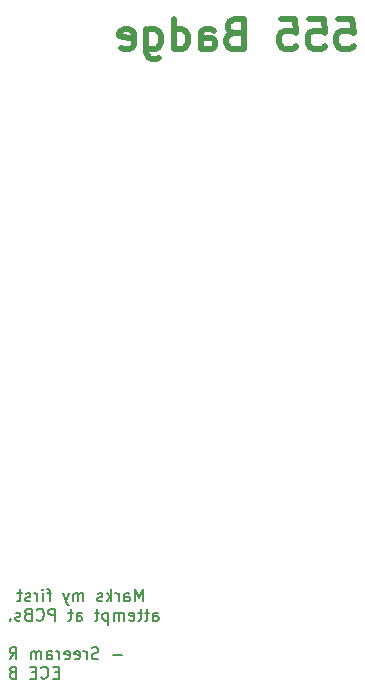
<source format=gbr>
%TF.GenerationSoftware,KiCad,Pcbnew,7.0.9*%
%TF.CreationDate,2023-12-18T18:13:51+05:30*%
%TF.ProjectId,555Badge,35353542-6164-4676-952e-6b696361645f,v01*%
%TF.SameCoordinates,Original*%
%TF.FileFunction,Legend,Bot*%
%TF.FilePolarity,Positive*%
%FSLAX46Y46*%
G04 Gerber Fmt 4.6, Leading zero omitted, Abs format (unit mm)*
G04 Created by KiCad (PCBNEW 7.0.9) date 2023-12-18 18:13:51*
%MOMM*%
%LPD*%
G01*
G04 APERTURE LIST*
%ADD10C,0.150000*%
%ADD11C,0.508000*%
G04 APERTURE END LIST*
D10*
X145940876Y-110926820D02*
X145940876Y-109910820D01*
X145940876Y-109910820D02*
X145607543Y-110636535D01*
X145607543Y-110636535D02*
X145274210Y-109910820D01*
X145274210Y-109910820D02*
X145274210Y-110926820D01*
X144369448Y-110926820D02*
X144369448Y-110394630D01*
X144369448Y-110394630D02*
X144417067Y-110297868D01*
X144417067Y-110297868D02*
X144512305Y-110249487D01*
X144512305Y-110249487D02*
X144702781Y-110249487D01*
X144702781Y-110249487D02*
X144798019Y-110297868D01*
X144369448Y-110878440D02*
X144464686Y-110926820D01*
X144464686Y-110926820D02*
X144702781Y-110926820D01*
X144702781Y-110926820D02*
X144798019Y-110878440D01*
X144798019Y-110878440D02*
X144845638Y-110781678D01*
X144845638Y-110781678D02*
X144845638Y-110684916D01*
X144845638Y-110684916D02*
X144798019Y-110588154D01*
X144798019Y-110588154D02*
X144702781Y-110539773D01*
X144702781Y-110539773D02*
X144464686Y-110539773D01*
X144464686Y-110539773D02*
X144369448Y-110491392D01*
X143893257Y-110926820D02*
X143893257Y-110249487D01*
X143893257Y-110443011D02*
X143845638Y-110346249D01*
X143845638Y-110346249D02*
X143798019Y-110297868D01*
X143798019Y-110297868D02*
X143702781Y-110249487D01*
X143702781Y-110249487D02*
X143607543Y-110249487D01*
X143274209Y-110926820D02*
X143274209Y-109910820D01*
X143178971Y-110539773D02*
X142893257Y-110926820D01*
X142893257Y-110249487D02*
X143274209Y-110636535D01*
X142512304Y-110878440D02*
X142417066Y-110926820D01*
X142417066Y-110926820D02*
X142226590Y-110926820D01*
X142226590Y-110926820D02*
X142131352Y-110878440D01*
X142131352Y-110878440D02*
X142083733Y-110781678D01*
X142083733Y-110781678D02*
X142083733Y-110733297D01*
X142083733Y-110733297D02*
X142131352Y-110636535D01*
X142131352Y-110636535D02*
X142226590Y-110588154D01*
X142226590Y-110588154D02*
X142369447Y-110588154D01*
X142369447Y-110588154D02*
X142464685Y-110539773D01*
X142464685Y-110539773D02*
X142512304Y-110443011D01*
X142512304Y-110443011D02*
X142512304Y-110394630D01*
X142512304Y-110394630D02*
X142464685Y-110297868D01*
X142464685Y-110297868D02*
X142369447Y-110249487D01*
X142369447Y-110249487D02*
X142226590Y-110249487D01*
X142226590Y-110249487D02*
X142131352Y-110297868D01*
X140893256Y-110926820D02*
X140893256Y-110249487D01*
X140893256Y-110346249D02*
X140845637Y-110297868D01*
X140845637Y-110297868D02*
X140750399Y-110249487D01*
X140750399Y-110249487D02*
X140607542Y-110249487D01*
X140607542Y-110249487D02*
X140512304Y-110297868D01*
X140512304Y-110297868D02*
X140464685Y-110394630D01*
X140464685Y-110394630D02*
X140464685Y-110926820D01*
X140464685Y-110394630D02*
X140417066Y-110297868D01*
X140417066Y-110297868D02*
X140321828Y-110249487D01*
X140321828Y-110249487D02*
X140178971Y-110249487D01*
X140178971Y-110249487D02*
X140083732Y-110297868D01*
X140083732Y-110297868D02*
X140036113Y-110394630D01*
X140036113Y-110394630D02*
X140036113Y-110926820D01*
X139655161Y-110249487D02*
X139417066Y-110926820D01*
X139178971Y-110249487D02*
X139417066Y-110926820D01*
X139417066Y-110926820D02*
X139512304Y-111168725D01*
X139512304Y-111168725D02*
X139559923Y-111217106D01*
X139559923Y-111217106D02*
X139655161Y-111265487D01*
X138178970Y-110249487D02*
X137798018Y-110249487D01*
X138036113Y-110926820D02*
X138036113Y-110055963D01*
X138036113Y-110055963D02*
X137988494Y-109959201D01*
X137988494Y-109959201D02*
X137893256Y-109910820D01*
X137893256Y-109910820D02*
X137798018Y-109910820D01*
X137464684Y-110926820D02*
X137464684Y-110249487D01*
X137464684Y-109910820D02*
X137512303Y-109959201D01*
X137512303Y-109959201D02*
X137464684Y-110007582D01*
X137464684Y-110007582D02*
X137417065Y-109959201D01*
X137417065Y-109959201D02*
X137464684Y-109910820D01*
X137464684Y-109910820D02*
X137464684Y-110007582D01*
X136988494Y-110926820D02*
X136988494Y-110249487D01*
X136988494Y-110443011D02*
X136940875Y-110346249D01*
X136940875Y-110346249D02*
X136893256Y-110297868D01*
X136893256Y-110297868D02*
X136798018Y-110249487D01*
X136798018Y-110249487D02*
X136702780Y-110249487D01*
X136417065Y-110878440D02*
X136321827Y-110926820D01*
X136321827Y-110926820D02*
X136131351Y-110926820D01*
X136131351Y-110926820D02*
X136036113Y-110878440D01*
X136036113Y-110878440D02*
X135988494Y-110781678D01*
X135988494Y-110781678D02*
X135988494Y-110733297D01*
X135988494Y-110733297D02*
X136036113Y-110636535D01*
X136036113Y-110636535D02*
X136131351Y-110588154D01*
X136131351Y-110588154D02*
X136274208Y-110588154D01*
X136274208Y-110588154D02*
X136369446Y-110539773D01*
X136369446Y-110539773D02*
X136417065Y-110443011D01*
X136417065Y-110443011D02*
X136417065Y-110394630D01*
X136417065Y-110394630D02*
X136369446Y-110297868D01*
X136369446Y-110297868D02*
X136274208Y-110249487D01*
X136274208Y-110249487D02*
X136131351Y-110249487D01*
X136131351Y-110249487D02*
X136036113Y-110297868D01*
X135702779Y-110249487D02*
X135321827Y-110249487D01*
X135559922Y-109910820D02*
X135559922Y-110781678D01*
X135559922Y-110781678D02*
X135512303Y-110878440D01*
X135512303Y-110878440D02*
X135417065Y-110926820D01*
X135417065Y-110926820D02*
X135321827Y-110926820D01*
X146798019Y-112562580D02*
X146798019Y-112030390D01*
X146798019Y-112030390D02*
X146845638Y-111933628D01*
X146845638Y-111933628D02*
X146940876Y-111885247D01*
X146940876Y-111885247D02*
X147131352Y-111885247D01*
X147131352Y-111885247D02*
X147226590Y-111933628D01*
X146798019Y-112514200D02*
X146893257Y-112562580D01*
X146893257Y-112562580D02*
X147131352Y-112562580D01*
X147131352Y-112562580D02*
X147226590Y-112514200D01*
X147226590Y-112514200D02*
X147274209Y-112417438D01*
X147274209Y-112417438D02*
X147274209Y-112320676D01*
X147274209Y-112320676D02*
X147226590Y-112223914D01*
X147226590Y-112223914D02*
X147131352Y-112175533D01*
X147131352Y-112175533D02*
X146893257Y-112175533D01*
X146893257Y-112175533D02*
X146798019Y-112127152D01*
X146464685Y-111885247D02*
X146083733Y-111885247D01*
X146321828Y-111546580D02*
X146321828Y-112417438D01*
X146321828Y-112417438D02*
X146274209Y-112514200D01*
X146274209Y-112514200D02*
X146178971Y-112562580D01*
X146178971Y-112562580D02*
X146083733Y-112562580D01*
X145893256Y-111885247D02*
X145512304Y-111885247D01*
X145750399Y-111546580D02*
X145750399Y-112417438D01*
X145750399Y-112417438D02*
X145702780Y-112514200D01*
X145702780Y-112514200D02*
X145607542Y-112562580D01*
X145607542Y-112562580D02*
X145512304Y-112562580D01*
X144798018Y-112514200D02*
X144893256Y-112562580D01*
X144893256Y-112562580D02*
X145083732Y-112562580D01*
X145083732Y-112562580D02*
X145178970Y-112514200D01*
X145178970Y-112514200D02*
X145226589Y-112417438D01*
X145226589Y-112417438D02*
X145226589Y-112030390D01*
X145226589Y-112030390D02*
X145178970Y-111933628D01*
X145178970Y-111933628D02*
X145083732Y-111885247D01*
X145083732Y-111885247D02*
X144893256Y-111885247D01*
X144893256Y-111885247D02*
X144798018Y-111933628D01*
X144798018Y-111933628D02*
X144750399Y-112030390D01*
X144750399Y-112030390D02*
X144750399Y-112127152D01*
X144750399Y-112127152D02*
X145226589Y-112223914D01*
X144321827Y-112562580D02*
X144321827Y-111885247D01*
X144321827Y-111982009D02*
X144274208Y-111933628D01*
X144274208Y-111933628D02*
X144178970Y-111885247D01*
X144178970Y-111885247D02*
X144036113Y-111885247D01*
X144036113Y-111885247D02*
X143940875Y-111933628D01*
X143940875Y-111933628D02*
X143893256Y-112030390D01*
X143893256Y-112030390D02*
X143893256Y-112562580D01*
X143893256Y-112030390D02*
X143845637Y-111933628D01*
X143845637Y-111933628D02*
X143750399Y-111885247D01*
X143750399Y-111885247D02*
X143607542Y-111885247D01*
X143607542Y-111885247D02*
X143512303Y-111933628D01*
X143512303Y-111933628D02*
X143464684Y-112030390D01*
X143464684Y-112030390D02*
X143464684Y-112562580D01*
X142988494Y-111885247D02*
X142988494Y-112901247D01*
X142988494Y-111933628D02*
X142893256Y-111885247D01*
X142893256Y-111885247D02*
X142702780Y-111885247D01*
X142702780Y-111885247D02*
X142607542Y-111933628D01*
X142607542Y-111933628D02*
X142559923Y-111982009D01*
X142559923Y-111982009D02*
X142512304Y-112078771D01*
X142512304Y-112078771D02*
X142512304Y-112369057D01*
X142512304Y-112369057D02*
X142559923Y-112465819D01*
X142559923Y-112465819D02*
X142607542Y-112514200D01*
X142607542Y-112514200D02*
X142702780Y-112562580D01*
X142702780Y-112562580D02*
X142893256Y-112562580D01*
X142893256Y-112562580D02*
X142988494Y-112514200D01*
X142226589Y-111885247D02*
X141845637Y-111885247D01*
X142083732Y-111546580D02*
X142083732Y-112417438D01*
X142083732Y-112417438D02*
X142036113Y-112514200D01*
X142036113Y-112514200D02*
X141940875Y-112562580D01*
X141940875Y-112562580D02*
X141845637Y-112562580D01*
X140321827Y-112562580D02*
X140321827Y-112030390D01*
X140321827Y-112030390D02*
X140369446Y-111933628D01*
X140369446Y-111933628D02*
X140464684Y-111885247D01*
X140464684Y-111885247D02*
X140655160Y-111885247D01*
X140655160Y-111885247D02*
X140750398Y-111933628D01*
X140321827Y-112514200D02*
X140417065Y-112562580D01*
X140417065Y-112562580D02*
X140655160Y-112562580D01*
X140655160Y-112562580D02*
X140750398Y-112514200D01*
X140750398Y-112514200D02*
X140798017Y-112417438D01*
X140798017Y-112417438D02*
X140798017Y-112320676D01*
X140798017Y-112320676D02*
X140750398Y-112223914D01*
X140750398Y-112223914D02*
X140655160Y-112175533D01*
X140655160Y-112175533D02*
X140417065Y-112175533D01*
X140417065Y-112175533D02*
X140321827Y-112127152D01*
X139988493Y-111885247D02*
X139607541Y-111885247D01*
X139845636Y-111546580D02*
X139845636Y-112417438D01*
X139845636Y-112417438D02*
X139798017Y-112514200D01*
X139798017Y-112514200D02*
X139702779Y-112562580D01*
X139702779Y-112562580D02*
X139607541Y-112562580D01*
X138512302Y-112562580D02*
X138512302Y-111546580D01*
X138512302Y-111546580D02*
X138131350Y-111546580D01*
X138131350Y-111546580D02*
X138036112Y-111594961D01*
X138036112Y-111594961D02*
X137988493Y-111643342D01*
X137988493Y-111643342D02*
X137940874Y-111740104D01*
X137940874Y-111740104D02*
X137940874Y-111885247D01*
X137940874Y-111885247D02*
X137988493Y-111982009D01*
X137988493Y-111982009D02*
X138036112Y-112030390D01*
X138036112Y-112030390D02*
X138131350Y-112078771D01*
X138131350Y-112078771D02*
X138512302Y-112078771D01*
X136940874Y-112465819D02*
X136988493Y-112514200D01*
X136988493Y-112514200D02*
X137131350Y-112562580D01*
X137131350Y-112562580D02*
X137226588Y-112562580D01*
X137226588Y-112562580D02*
X137369445Y-112514200D01*
X137369445Y-112514200D02*
X137464683Y-112417438D01*
X137464683Y-112417438D02*
X137512302Y-112320676D01*
X137512302Y-112320676D02*
X137559921Y-112127152D01*
X137559921Y-112127152D02*
X137559921Y-111982009D01*
X137559921Y-111982009D02*
X137512302Y-111788485D01*
X137512302Y-111788485D02*
X137464683Y-111691723D01*
X137464683Y-111691723D02*
X137369445Y-111594961D01*
X137369445Y-111594961D02*
X137226588Y-111546580D01*
X137226588Y-111546580D02*
X137131350Y-111546580D01*
X137131350Y-111546580D02*
X136988493Y-111594961D01*
X136988493Y-111594961D02*
X136940874Y-111643342D01*
X136178969Y-112030390D02*
X136036112Y-112078771D01*
X136036112Y-112078771D02*
X135988493Y-112127152D01*
X135988493Y-112127152D02*
X135940874Y-112223914D01*
X135940874Y-112223914D02*
X135940874Y-112369057D01*
X135940874Y-112369057D02*
X135988493Y-112465819D01*
X135988493Y-112465819D02*
X136036112Y-112514200D01*
X136036112Y-112514200D02*
X136131350Y-112562580D01*
X136131350Y-112562580D02*
X136512302Y-112562580D01*
X136512302Y-112562580D02*
X136512302Y-111546580D01*
X136512302Y-111546580D02*
X136178969Y-111546580D01*
X136178969Y-111546580D02*
X136083731Y-111594961D01*
X136083731Y-111594961D02*
X136036112Y-111643342D01*
X136036112Y-111643342D02*
X135988493Y-111740104D01*
X135988493Y-111740104D02*
X135988493Y-111836866D01*
X135988493Y-111836866D02*
X136036112Y-111933628D01*
X136036112Y-111933628D02*
X136083731Y-111982009D01*
X136083731Y-111982009D02*
X136178969Y-112030390D01*
X136178969Y-112030390D02*
X136512302Y-112030390D01*
X135559921Y-112514200D02*
X135464683Y-112562580D01*
X135464683Y-112562580D02*
X135274207Y-112562580D01*
X135274207Y-112562580D02*
X135178969Y-112514200D01*
X135178969Y-112514200D02*
X135131350Y-112417438D01*
X135131350Y-112417438D02*
X135131350Y-112369057D01*
X135131350Y-112369057D02*
X135178969Y-112272295D01*
X135178969Y-112272295D02*
X135274207Y-112223914D01*
X135274207Y-112223914D02*
X135417064Y-112223914D01*
X135417064Y-112223914D02*
X135512302Y-112175533D01*
X135512302Y-112175533D02*
X135559921Y-112078771D01*
X135559921Y-112078771D02*
X135559921Y-112030390D01*
X135559921Y-112030390D02*
X135512302Y-111933628D01*
X135512302Y-111933628D02*
X135417064Y-111885247D01*
X135417064Y-111885247D02*
X135274207Y-111885247D01*
X135274207Y-111885247D02*
X135178969Y-111933628D01*
X134702778Y-112465819D02*
X134655159Y-112514200D01*
X134655159Y-112514200D02*
X134702778Y-112562580D01*
X134702778Y-112562580D02*
X134750397Y-112514200D01*
X134750397Y-112514200D02*
X134702778Y-112465819D01*
X134702778Y-112465819D02*
X134702778Y-112562580D01*
X144131351Y-115447053D02*
X143369447Y-115447053D01*
X142178970Y-115785720D02*
X142036113Y-115834100D01*
X142036113Y-115834100D02*
X141798018Y-115834100D01*
X141798018Y-115834100D02*
X141702780Y-115785720D01*
X141702780Y-115785720D02*
X141655161Y-115737339D01*
X141655161Y-115737339D02*
X141607542Y-115640577D01*
X141607542Y-115640577D02*
X141607542Y-115543815D01*
X141607542Y-115543815D02*
X141655161Y-115447053D01*
X141655161Y-115447053D02*
X141702780Y-115398672D01*
X141702780Y-115398672D02*
X141798018Y-115350291D01*
X141798018Y-115350291D02*
X141988494Y-115301910D01*
X141988494Y-115301910D02*
X142083732Y-115253529D01*
X142083732Y-115253529D02*
X142131351Y-115205148D01*
X142131351Y-115205148D02*
X142178970Y-115108386D01*
X142178970Y-115108386D02*
X142178970Y-115011624D01*
X142178970Y-115011624D02*
X142131351Y-114914862D01*
X142131351Y-114914862D02*
X142083732Y-114866481D01*
X142083732Y-114866481D02*
X141988494Y-114818100D01*
X141988494Y-114818100D02*
X141750399Y-114818100D01*
X141750399Y-114818100D02*
X141607542Y-114866481D01*
X141178970Y-115834100D02*
X141178970Y-115156767D01*
X141178970Y-115350291D02*
X141131351Y-115253529D01*
X141131351Y-115253529D02*
X141083732Y-115205148D01*
X141083732Y-115205148D02*
X140988494Y-115156767D01*
X140988494Y-115156767D02*
X140893256Y-115156767D01*
X140178970Y-115785720D02*
X140274208Y-115834100D01*
X140274208Y-115834100D02*
X140464684Y-115834100D01*
X140464684Y-115834100D02*
X140559922Y-115785720D01*
X140559922Y-115785720D02*
X140607541Y-115688958D01*
X140607541Y-115688958D02*
X140607541Y-115301910D01*
X140607541Y-115301910D02*
X140559922Y-115205148D01*
X140559922Y-115205148D02*
X140464684Y-115156767D01*
X140464684Y-115156767D02*
X140274208Y-115156767D01*
X140274208Y-115156767D02*
X140178970Y-115205148D01*
X140178970Y-115205148D02*
X140131351Y-115301910D01*
X140131351Y-115301910D02*
X140131351Y-115398672D01*
X140131351Y-115398672D02*
X140607541Y-115495434D01*
X139321827Y-115785720D02*
X139417065Y-115834100D01*
X139417065Y-115834100D02*
X139607541Y-115834100D01*
X139607541Y-115834100D02*
X139702779Y-115785720D01*
X139702779Y-115785720D02*
X139750398Y-115688958D01*
X139750398Y-115688958D02*
X139750398Y-115301910D01*
X139750398Y-115301910D02*
X139702779Y-115205148D01*
X139702779Y-115205148D02*
X139607541Y-115156767D01*
X139607541Y-115156767D02*
X139417065Y-115156767D01*
X139417065Y-115156767D02*
X139321827Y-115205148D01*
X139321827Y-115205148D02*
X139274208Y-115301910D01*
X139274208Y-115301910D02*
X139274208Y-115398672D01*
X139274208Y-115398672D02*
X139750398Y-115495434D01*
X138845636Y-115834100D02*
X138845636Y-115156767D01*
X138845636Y-115350291D02*
X138798017Y-115253529D01*
X138798017Y-115253529D02*
X138750398Y-115205148D01*
X138750398Y-115205148D02*
X138655160Y-115156767D01*
X138655160Y-115156767D02*
X138559922Y-115156767D01*
X137798017Y-115834100D02*
X137798017Y-115301910D01*
X137798017Y-115301910D02*
X137845636Y-115205148D01*
X137845636Y-115205148D02*
X137940874Y-115156767D01*
X137940874Y-115156767D02*
X138131350Y-115156767D01*
X138131350Y-115156767D02*
X138226588Y-115205148D01*
X137798017Y-115785720D02*
X137893255Y-115834100D01*
X137893255Y-115834100D02*
X138131350Y-115834100D01*
X138131350Y-115834100D02*
X138226588Y-115785720D01*
X138226588Y-115785720D02*
X138274207Y-115688958D01*
X138274207Y-115688958D02*
X138274207Y-115592196D01*
X138274207Y-115592196D02*
X138226588Y-115495434D01*
X138226588Y-115495434D02*
X138131350Y-115447053D01*
X138131350Y-115447053D02*
X137893255Y-115447053D01*
X137893255Y-115447053D02*
X137798017Y-115398672D01*
X137321826Y-115834100D02*
X137321826Y-115156767D01*
X137321826Y-115253529D02*
X137274207Y-115205148D01*
X137274207Y-115205148D02*
X137178969Y-115156767D01*
X137178969Y-115156767D02*
X137036112Y-115156767D01*
X137036112Y-115156767D02*
X136940874Y-115205148D01*
X136940874Y-115205148D02*
X136893255Y-115301910D01*
X136893255Y-115301910D02*
X136893255Y-115834100D01*
X136893255Y-115301910D02*
X136845636Y-115205148D01*
X136845636Y-115205148D02*
X136750398Y-115156767D01*
X136750398Y-115156767D02*
X136607541Y-115156767D01*
X136607541Y-115156767D02*
X136512302Y-115205148D01*
X136512302Y-115205148D02*
X136464683Y-115301910D01*
X136464683Y-115301910D02*
X136464683Y-115834100D01*
X134655160Y-115834100D02*
X134988493Y-115350291D01*
X135226588Y-115834100D02*
X135226588Y-114818100D01*
X135226588Y-114818100D02*
X134845636Y-114818100D01*
X134845636Y-114818100D02*
X134750398Y-114866481D01*
X134750398Y-114866481D02*
X134702779Y-114914862D01*
X134702779Y-114914862D02*
X134655160Y-115011624D01*
X134655160Y-115011624D02*
X134655160Y-115156767D01*
X134655160Y-115156767D02*
X134702779Y-115253529D01*
X134702779Y-115253529D02*
X134750398Y-115301910D01*
X134750398Y-115301910D02*
X134845636Y-115350291D01*
X134845636Y-115350291D02*
X135226588Y-115350291D01*
X138798017Y-116937670D02*
X138464684Y-116937670D01*
X138321827Y-117469860D02*
X138798017Y-117469860D01*
X138798017Y-117469860D02*
X138798017Y-116453860D01*
X138798017Y-116453860D02*
X138321827Y-116453860D01*
X137321827Y-117373099D02*
X137369446Y-117421480D01*
X137369446Y-117421480D02*
X137512303Y-117469860D01*
X137512303Y-117469860D02*
X137607541Y-117469860D01*
X137607541Y-117469860D02*
X137750398Y-117421480D01*
X137750398Y-117421480D02*
X137845636Y-117324718D01*
X137845636Y-117324718D02*
X137893255Y-117227956D01*
X137893255Y-117227956D02*
X137940874Y-117034432D01*
X137940874Y-117034432D02*
X137940874Y-116889289D01*
X137940874Y-116889289D02*
X137893255Y-116695765D01*
X137893255Y-116695765D02*
X137845636Y-116599003D01*
X137845636Y-116599003D02*
X137750398Y-116502241D01*
X137750398Y-116502241D02*
X137607541Y-116453860D01*
X137607541Y-116453860D02*
X137512303Y-116453860D01*
X137512303Y-116453860D02*
X137369446Y-116502241D01*
X137369446Y-116502241D02*
X137321827Y-116550622D01*
X136893255Y-116937670D02*
X136559922Y-116937670D01*
X136417065Y-117469860D02*
X136893255Y-117469860D01*
X136893255Y-117469860D02*
X136893255Y-116453860D01*
X136893255Y-116453860D02*
X136417065Y-116453860D01*
X134893255Y-116937670D02*
X134750398Y-116986051D01*
X134750398Y-116986051D02*
X134702779Y-117034432D01*
X134702779Y-117034432D02*
X134655160Y-117131194D01*
X134655160Y-117131194D02*
X134655160Y-117276337D01*
X134655160Y-117276337D02*
X134702779Y-117373099D01*
X134702779Y-117373099D02*
X134750398Y-117421480D01*
X134750398Y-117421480D02*
X134845636Y-117469860D01*
X134845636Y-117469860D02*
X135226588Y-117469860D01*
X135226588Y-117469860D02*
X135226588Y-116453860D01*
X135226588Y-116453860D02*
X134893255Y-116453860D01*
X134893255Y-116453860D02*
X134798017Y-116502241D01*
X134798017Y-116502241D02*
X134750398Y-116550622D01*
X134750398Y-116550622D02*
X134702779Y-116647384D01*
X134702779Y-116647384D02*
X134702779Y-116744146D01*
X134702779Y-116744146D02*
X134750398Y-116840908D01*
X134750398Y-116840908D02*
X134798017Y-116889289D01*
X134798017Y-116889289D02*
X134893255Y-116937670D01*
X134893255Y-116937670D02*
X135226588Y-116937670D01*
D11*
X162443504Y-61638736D02*
X163653028Y-61638736D01*
X163653028Y-61638736D02*
X163773980Y-62848260D01*
X163773980Y-62848260D02*
X163653028Y-62727307D01*
X163653028Y-62727307D02*
X163411123Y-62606355D01*
X163411123Y-62606355D02*
X162806361Y-62606355D01*
X162806361Y-62606355D02*
X162564456Y-62727307D01*
X162564456Y-62727307D02*
X162443504Y-62848260D01*
X162443504Y-62848260D02*
X162322551Y-63090164D01*
X162322551Y-63090164D02*
X162322551Y-63694926D01*
X162322551Y-63694926D02*
X162443504Y-63936831D01*
X162443504Y-63936831D02*
X162564456Y-64057784D01*
X162564456Y-64057784D02*
X162806361Y-64178736D01*
X162806361Y-64178736D02*
X163411123Y-64178736D01*
X163411123Y-64178736D02*
X163653028Y-64057784D01*
X163653028Y-64057784D02*
X163773980Y-63936831D01*
X160024456Y-61638736D02*
X161233980Y-61638736D01*
X161233980Y-61638736D02*
X161354932Y-62848260D01*
X161354932Y-62848260D02*
X161233980Y-62727307D01*
X161233980Y-62727307D02*
X160992075Y-62606355D01*
X160992075Y-62606355D02*
X160387313Y-62606355D01*
X160387313Y-62606355D02*
X160145408Y-62727307D01*
X160145408Y-62727307D02*
X160024456Y-62848260D01*
X160024456Y-62848260D02*
X159903503Y-63090164D01*
X159903503Y-63090164D02*
X159903503Y-63694926D01*
X159903503Y-63694926D02*
X160024456Y-63936831D01*
X160024456Y-63936831D02*
X160145408Y-64057784D01*
X160145408Y-64057784D02*
X160387313Y-64178736D01*
X160387313Y-64178736D02*
X160992075Y-64178736D01*
X160992075Y-64178736D02*
X161233980Y-64057784D01*
X161233980Y-64057784D02*
X161354932Y-63936831D01*
X157605408Y-61638736D02*
X158814932Y-61638736D01*
X158814932Y-61638736D02*
X158935884Y-62848260D01*
X158935884Y-62848260D02*
X158814932Y-62727307D01*
X158814932Y-62727307D02*
X158573027Y-62606355D01*
X158573027Y-62606355D02*
X157968265Y-62606355D01*
X157968265Y-62606355D02*
X157726360Y-62727307D01*
X157726360Y-62727307D02*
X157605408Y-62848260D01*
X157605408Y-62848260D02*
X157484455Y-63090164D01*
X157484455Y-63090164D02*
X157484455Y-63694926D01*
X157484455Y-63694926D02*
X157605408Y-63936831D01*
X157605408Y-63936831D02*
X157726360Y-64057784D01*
X157726360Y-64057784D02*
X157968265Y-64178736D01*
X157968265Y-64178736D02*
X158573027Y-64178736D01*
X158573027Y-64178736D02*
X158814932Y-64057784D01*
X158814932Y-64057784D02*
X158935884Y-63936831D01*
X153613979Y-62848260D02*
X153251122Y-62969212D01*
X153251122Y-62969212D02*
X153130169Y-63090164D01*
X153130169Y-63090164D02*
X153009217Y-63332069D01*
X153009217Y-63332069D02*
X153009217Y-63694926D01*
X153009217Y-63694926D02*
X153130169Y-63936831D01*
X153130169Y-63936831D02*
X153251122Y-64057784D01*
X153251122Y-64057784D02*
X153493027Y-64178736D01*
X153493027Y-64178736D02*
X154460646Y-64178736D01*
X154460646Y-64178736D02*
X154460646Y-61638736D01*
X154460646Y-61638736D02*
X153613979Y-61638736D01*
X153613979Y-61638736D02*
X153372074Y-61759688D01*
X153372074Y-61759688D02*
X153251122Y-61880641D01*
X153251122Y-61880641D02*
X153130169Y-62122545D01*
X153130169Y-62122545D02*
X153130169Y-62364450D01*
X153130169Y-62364450D02*
X153251122Y-62606355D01*
X153251122Y-62606355D02*
X153372074Y-62727307D01*
X153372074Y-62727307D02*
X153613979Y-62848260D01*
X153613979Y-62848260D02*
X154460646Y-62848260D01*
X150832074Y-64178736D02*
X150832074Y-62848260D01*
X150832074Y-62848260D02*
X150953027Y-62606355D01*
X150953027Y-62606355D02*
X151194931Y-62485403D01*
X151194931Y-62485403D02*
X151678741Y-62485403D01*
X151678741Y-62485403D02*
X151920646Y-62606355D01*
X150832074Y-64057784D02*
X151073979Y-64178736D01*
X151073979Y-64178736D02*
X151678741Y-64178736D01*
X151678741Y-64178736D02*
X151920646Y-64057784D01*
X151920646Y-64057784D02*
X152041598Y-63815879D01*
X152041598Y-63815879D02*
X152041598Y-63573974D01*
X152041598Y-63573974D02*
X151920646Y-63332069D01*
X151920646Y-63332069D02*
X151678741Y-63211117D01*
X151678741Y-63211117D02*
X151073979Y-63211117D01*
X151073979Y-63211117D02*
X150832074Y-63090164D01*
X148533979Y-64178736D02*
X148533979Y-61638736D01*
X148533979Y-64057784D02*
X148775884Y-64178736D01*
X148775884Y-64178736D02*
X149259693Y-64178736D01*
X149259693Y-64178736D02*
X149501598Y-64057784D01*
X149501598Y-64057784D02*
X149622551Y-63936831D01*
X149622551Y-63936831D02*
X149743503Y-63694926D01*
X149743503Y-63694926D02*
X149743503Y-62969212D01*
X149743503Y-62969212D02*
X149622551Y-62727307D01*
X149622551Y-62727307D02*
X149501598Y-62606355D01*
X149501598Y-62606355D02*
X149259693Y-62485403D01*
X149259693Y-62485403D02*
X148775884Y-62485403D01*
X148775884Y-62485403D02*
X148533979Y-62606355D01*
X146235884Y-62485403D02*
X146235884Y-64541593D01*
X146235884Y-64541593D02*
X146356837Y-64783498D01*
X146356837Y-64783498D02*
X146477789Y-64904450D01*
X146477789Y-64904450D02*
X146719694Y-65025403D01*
X146719694Y-65025403D02*
X147082551Y-65025403D01*
X147082551Y-65025403D02*
X147324456Y-64904450D01*
X146235884Y-64057784D02*
X146477789Y-64178736D01*
X146477789Y-64178736D02*
X146961598Y-64178736D01*
X146961598Y-64178736D02*
X147203503Y-64057784D01*
X147203503Y-64057784D02*
X147324456Y-63936831D01*
X147324456Y-63936831D02*
X147445408Y-63694926D01*
X147445408Y-63694926D02*
X147445408Y-62969212D01*
X147445408Y-62969212D02*
X147324456Y-62727307D01*
X147324456Y-62727307D02*
X147203503Y-62606355D01*
X147203503Y-62606355D02*
X146961598Y-62485403D01*
X146961598Y-62485403D02*
X146477789Y-62485403D01*
X146477789Y-62485403D02*
X146235884Y-62606355D01*
X144058742Y-64057784D02*
X144300646Y-64178736D01*
X144300646Y-64178736D02*
X144784456Y-64178736D01*
X144784456Y-64178736D02*
X145026361Y-64057784D01*
X145026361Y-64057784D02*
X145147313Y-63815879D01*
X145147313Y-63815879D02*
X145147313Y-62848260D01*
X145147313Y-62848260D02*
X145026361Y-62606355D01*
X145026361Y-62606355D02*
X144784456Y-62485403D01*
X144784456Y-62485403D02*
X144300646Y-62485403D01*
X144300646Y-62485403D02*
X144058742Y-62606355D01*
X144058742Y-62606355D02*
X143937789Y-62848260D01*
X143937789Y-62848260D02*
X143937789Y-63090164D01*
X143937789Y-63090164D02*
X145147313Y-63332069D01*
M02*

</source>
